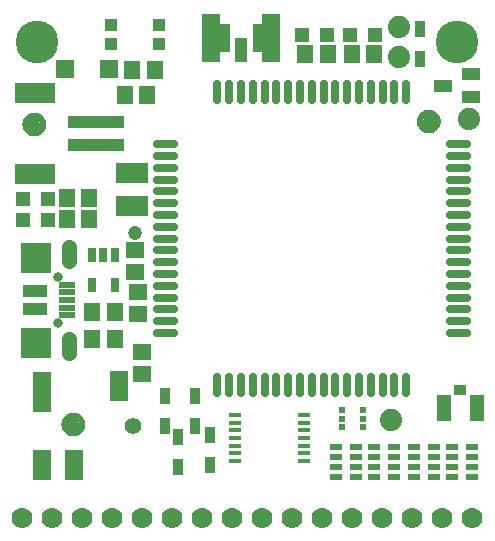
<source format=gbr>
G04 EAGLE Gerber RS-274X export*
G75*
%MOMM*%
%FSLAX34Y34*%
%LPD*%
%INSoldermask Top*%
%IPPOS*%
%AMOC8*
5,1,8,0,0,1.08239X$1,22.5*%
G01*
%ADD10R,0.651600X1.301600*%
%ADD11R,1.301600X1.301600*%
%ADD12R,1.401600X1.601600*%
%ADD13R,4.701600X1.101600*%
%ADD14R,3.501600X1.701600*%
%ADD15R,1.601600X1.401600*%
%ADD16C,0.801600*%
%ADD17R,2.601600X2.601600*%
%ADD18C,1.309600*%
%ADD19R,2.101600X1.101600*%
%ADD20R,1.450000X0.500000*%
%ADD21R,1.001600X1.101600*%
%ADD22R,1.501600X1.501600*%
%ADD23R,2.801600X1.701600*%
%ADD24R,0.601600X0.601600*%
%ADD25R,0.601600X0.501600*%
%ADD26C,3.617600*%
%ADD27C,1.879600*%
%ADD28C,1.101600*%
%ADD29C,0.500000*%
%ADD30R,0.901600X1.451600*%
%ADD31R,1.501600X1.101600*%
%ADD32C,1.201600*%
%ADD33R,1.000000X0.450000*%
%ADD34R,1.601600X2.601600*%
%ADD35R,1.601600X3.501600*%
%ADD36C,1.401600*%
%ADD37R,1.625600X4.165600*%
%ADD38R,1.117600X2.133600*%
%ADD39R,0.914400X2.336800*%
%ADD40C,0.701600*%
%ADD41R,1.151600X2.301600*%
%ADD42R,1.101600X0.901600*%
%ADD43C,1.778000*%
%ADD44R,1.001600X0.551600*%


D10*
X90780Y239061D03*
X81280Y239061D03*
X71780Y239061D03*
X71780Y213059D03*
X90780Y213059D03*
D11*
X34640Y268080D03*
X13640Y268080D03*
X13690Y286560D03*
X34690Y286560D03*
D12*
X50190Y269240D03*
X69190Y269240D03*
X50350Y287020D03*
X69350Y287020D03*
D13*
X75100Y331630D03*
X75100Y351630D03*
D14*
X23100Y307630D03*
X23100Y375630D03*
D12*
X71780Y190500D03*
X90780Y190500D03*
D15*
X110490Y207620D03*
X110490Y188620D03*
D16*
X43180Y220160D03*
X43180Y181160D03*
D17*
X24180Y164660D03*
X24180Y236660D03*
D18*
X52180Y233660D02*
X52180Y245740D01*
X52180Y167660D02*
X52180Y155580D01*
D19*
X23180Y208160D03*
X23180Y193160D03*
D20*
X50930Y213660D03*
X50930Y207160D03*
X50930Y200660D03*
X50930Y194160D03*
X50930Y187660D03*
D21*
X128450Y433450D03*
X128450Y417450D03*
X87450Y417450D03*
X87450Y433450D03*
D22*
X85810Y396240D03*
X48810Y396240D03*
D12*
X105910Y395120D03*
X124910Y395120D03*
X99250Y374170D03*
X118250Y374170D03*
D23*
X105410Y308640D03*
X105410Y280640D03*
D24*
X283100Y107830D03*
D25*
X283100Y100330D03*
D24*
X283100Y92830D03*
X301100Y92830D03*
D25*
X301100Y100330D03*
D24*
X301100Y107830D03*
D12*
X90780Y167640D03*
X71780Y167640D03*
D11*
X311490Y425450D03*
X290490Y425450D03*
X270850Y425450D03*
X249850Y425450D03*
D12*
X291490Y408940D03*
X310490Y408940D03*
X252120Y408940D03*
X271120Y408940D03*
D26*
X381000Y419100D03*
X25400Y419100D03*
D27*
X391160Y354330D03*
D28*
X356870Y351790D03*
D29*
X356870Y359290D02*
X356689Y359288D01*
X356508Y359281D01*
X356327Y359270D01*
X356146Y359255D01*
X355966Y359235D01*
X355786Y359211D01*
X355607Y359183D01*
X355429Y359150D01*
X355252Y359113D01*
X355075Y359072D01*
X354900Y359027D01*
X354725Y358977D01*
X354552Y358923D01*
X354381Y358865D01*
X354210Y358803D01*
X354042Y358736D01*
X353875Y358666D01*
X353709Y358592D01*
X353546Y358513D01*
X353385Y358431D01*
X353225Y358345D01*
X353068Y358255D01*
X352913Y358161D01*
X352760Y358064D01*
X352610Y357962D01*
X352462Y357858D01*
X352316Y357749D01*
X352174Y357638D01*
X352034Y357522D01*
X351897Y357404D01*
X351762Y357282D01*
X351631Y357157D01*
X351503Y357029D01*
X351378Y356898D01*
X351256Y356763D01*
X351138Y356626D01*
X351022Y356486D01*
X350911Y356344D01*
X350802Y356198D01*
X350698Y356050D01*
X350596Y355900D01*
X350499Y355747D01*
X350405Y355592D01*
X350315Y355435D01*
X350229Y355275D01*
X350147Y355114D01*
X350068Y354951D01*
X349994Y354785D01*
X349924Y354618D01*
X349857Y354450D01*
X349795Y354279D01*
X349737Y354108D01*
X349683Y353935D01*
X349633Y353760D01*
X349588Y353585D01*
X349547Y353408D01*
X349510Y353231D01*
X349477Y353053D01*
X349449Y352874D01*
X349425Y352694D01*
X349405Y352514D01*
X349390Y352333D01*
X349379Y352152D01*
X349372Y351971D01*
X349370Y351790D01*
X356870Y359290D02*
X357051Y359288D01*
X357232Y359281D01*
X357413Y359270D01*
X357594Y359255D01*
X357774Y359235D01*
X357954Y359211D01*
X358133Y359183D01*
X358311Y359150D01*
X358488Y359113D01*
X358665Y359072D01*
X358840Y359027D01*
X359015Y358977D01*
X359188Y358923D01*
X359359Y358865D01*
X359530Y358803D01*
X359698Y358736D01*
X359865Y358666D01*
X360031Y358592D01*
X360194Y358513D01*
X360355Y358431D01*
X360515Y358345D01*
X360672Y358255D01*
X360827Y358161D01*
X360980Y358064D01*
X361130Y357962D01*
X361278Y357858D01*
X361424Y357749D01*
X361566Y357638D01*
X361706Y357522D01*
X361843Y357404D01*
X361978Y357282D01*
X362109Y357157D01*
X362237Y357029D01*
X362362Y356898D01*
X362484Y356763D01*
X362602Y356626D01*
X362718Y356486D01*
X362829Y356344D01*
X362938Y356198D01*
X363042Y356050D01*
X363144Y355900D01*
X363241Y355747D01*
X363335Y355592D01*
X363425Y355435D01*
X363511Y355275D01*
X363593Y355114D01*
X363672Y354951D01*
X363746Y354785D01*
X363816Y354618D01*
X363883Y354450D01*
X363945Y354279D01*
X364003Y354108D01*
X364057Y353935D01*
X364107Y353760D01*
X364152Y353585D01*
X364193Y353408D01*
X364230Y353231D01*
X364263Y353053D01*
X364291Y352874D01*
X364315Y352694D01*
X364335Y352514D01*
X364350Y352333D01*
X364361Y352152D01*
X364368Y351971D01*
X364370Y351790D01*
X364368Y351609D01*
X364361Y351428D01*
X364350Y351247D01*
X364335Y351066D01*
X364315Y350886D01*
X364291Y350706D01*
X364263Y350527D01*
X364230Y350349D01*
X364193Y350172D01*
X364152Y349995D01*
X364107Y349820D01*
X364057Y349645D01*
X364003Y349472D01*
X363945Y349301D01*
X363883Y349130D01*
X363816Y348962D01*
X363746Y348795D01*
X363672Y348629D01*
X363593Y348466D01*
X363511Y348305D01*
X363425Y348145D01*
X363335Y347988D01*
X363241Y347833D01*
X363144Y347680D01*
X363042Y347530D01*
X362938Y347382D01*
X362829Y347236D01*
X362718Y347094D01*
X362602Y346954D01*
X362484Y346817D01*
X362362Y346682D01*
X362237Y346551D01*
X362109Y346423D01*
X361978Y346298D01*
X361843Y346176D01*
X361706Y346058D01*
X361566Y345942D01*
X361424Y345831D01*
X361278Y345722D01*
X361130Y345618D01*
X360980Y345516D01*
X360827Y345419D01*
X360672Y345325D01*
X360515Y345235D01*
X360355Y345149D01*
X360194Y345067D01*
X360031Y344988D01*
X359865Y344914D01*
X359698Y344844D01*
X359530Y344777D01*
X359359Y344715D01*
X359188Y344657D01*
X359015Y344603D01*
X358840Y344553D01*
X358665Y344508D01*
X358488Y344467D01*
X358311Y344430D01*
X358133Y344397D01*
X357954Y344369D01*
X357774Y344345D01*
X357594Y344325D01*
X357413Y344310D01*
X357232Y344299D01*
X357051Y344292D01*
X356870Y344290D01*
X356689Y344292D01*
X356508Y344299D01*
X356327Y344310D01*
X356146Y344325D01*
X355966Y344345D01*
X355786Y344369D01*
X355607Y344397D01*
X355429Y344430D01*
X355252Y344467D01*
X355075Y344508D01*
X354900Y344553D01*
X354725Y344603D01*
X354552Y344657D01*
X354381Y344715D01*
X354210Y344777D01*
X354042Y344844D01*
X353875Y344914D01*
X353709Y344988D01*
X353546Y345067D01*
X353385Y345149D01*
X353225Y345235D01*
X353068Y345325D01*
X352913Y345419D01*
X352760Y345516D01*
X352610Y345618D01*
X352462Y345722D01*
X352316Y345831D01*
X352174Y345942D01*
X352034Y346058D01*
X351897Y346176D01*
X351762Y346298D01*
X351631Y346423D01*
X351503Y346551D01*
X351378Y346682D01*
X351256Y346817D01*
X351138Y346954D01*
X351022Y347094D01*
X350911Y347236D01*
X350802Y347382D01*
X350698Y347530D01*
X350596Y347680D01*
X350499Y347833D01*
X350405Y347988D01*
X350315Y348145D01*
X350229Y348305D01*
X350147Y348466D01*
X350068Y348629D01*
X349994Y348795D01*
X349924Y348962D01*
X349857Y349130D01*
X349795Y349301D01*
X349737Y349472D01*
X349683Y349645D01*
X349633Y349820D01*
X349588Y349995D01*
X349547Y350172D01*
X349510Y350349D01*
X349477Y350527D01*
X349449Y350706D01*
X349425Y350886D01*
X349405Y351066D01*
X349390Y351247D01*
X349379Y351428D01*
X349372Y351609D01*
X349370Y351790D01*
D28*
X22860Y349250D03*
D29*
X22860Y356750D02*
X22679Y356748D01*
X22498Y356741D01*
X22317Y356730D01*
X22136Y356715D01*
X21956Y356695D01*
X21776Y356671D01*
X21597Y356643D01*
X21419Y356610D01*
X21242Y356573D01*
X21065Y356532D01*
X20890Y356487D01*
X20715Y356437D01*
X20542Y356383D01*
X20371Y356325D01*
X20200Y356263D01*
X20032Y356196D01*
X19865Y356126D01*
X19699Y356052D01*
X19536Y355973D01*
X19375Y355891D01*
X19215Y355805D01*
X19058Y355715D01*
X18903Y355621D01*
X18750Y355524D01*
X18600Y355422D01*
X18452Y355318D01*
X18306Y355209D01*
X18164Y355098D01*
X18024Y354982D01*
X17887Y354864D01*
X17752Y354742D01*
X17621Y354617D01*
X17493Y354489D01*
X17368Y354358D01*
X17246Y354223D01*
X17128Y354086D01*
X17012Y353946D01*
X16901Y353804D01*
X16792Y353658D01*
X16688Y353510D01*
X16586Y353360D01*
X16489Y353207D01*
X16395Y353052D01*
X16305Y352895D01*
X16219Y352735D01*
X16137Y352574D01*
X16058Y352411D01*
X15984Y352245D01*
X15914Y352078D01*
X15847Y351910D01*
X15785Y351739D01*
X15727Y351568D01*
X15673Y351395D01*
X15623Y351220D01*
X15578Y351045D01*
X15537Y350868D01*
X15500Y350691D01*
X15467Y350513D01*
X15439Y350334D01*
X15415Y350154D01*
X15395Y349974D01*
X15380Y349793D01*
X15369Y349612D01*
X15362Y349431D01*
X15360Y349250D01*
X22860Y356750D02*
X23041Y356748D01*
X23222Y356741D01*
X23403Y356730D01*
X23584Y356715D01*
X23764Y356695D01*
X23944Y356671D01*
X24123Y356643D01*
X24301Y356610D01*
X24478Y356573D01*
X24655Y356532D01*
X24830Y356487D01*
X25005Y356437D01*
X25178Y356383D01*
X25349Y356325D01*
X25520Y356263D01*
X25688Y356196D01*
X25855Y356126D01*
X26021Y356052D01*
X26184Y355973D01*
X26345Y355891D01*
X26505Y355805D01*
X26662Y355715D01*
X26817Y355621D01*
X26970Y355524D01*
X27120Y355422D01*
X27268Y355318D01*
X27414Y355209D01*
X27556Y355098D01*
X27696Y354982D01*
X27833Y354864D01*
X27968Y354742D01*
X28099Y354617D01*
X28227Y354489D01*
X28352Y354358D01*
X28474Y354223D01*
X28592Y354086D01*
X28708Y353946D01*
X28819Y353804D01*
X28928Y353658D01*
X29032Y353510D01*
X29134Y353360D01*
X29231Y353207D01*
X29325Y353052D01*
X29415Y352895D01*
X29501Y352735D01*
X29583Y352574D01*
X29662Y352411D01*
X29736Y352245D01*
X29806Y352078D01*
X29873Y351910D01*
X29935Y351739D01*
X29993Y351568D01*
X30047Y351395D01*
X30097Y351220D01*
X30142Y351045D01*
X30183Y350868D01*
X30220Y350691D01*
X30253Y350513D01*
X30281Y350334D01*
X30305Y350154D01*
X30325Y349974D01*
X30340Y349793D01*
X30351Y349612D01*
X30358Y349431D01*
X30360Y349250D01*
X30358Y349069D01*
X30351Y348888D01*
X30340Y348707D01*
X30325Y348526D01*
X30305Y348346D01*
X30281Y348166D01*
X30253Y347987D01*
X30220Y347809D01*
X30183Y347632D01*
X30142Y347455D01*
X30097Y347280D01*
X30047Y347105D01*
X29993Y346932D01*
X29935Y346761D01*
X29873Y346590D01*
X29806Y346422D01*
X29736Y346255D01*
X29662Y346089D01*
X29583Y345926D01*
X29501Y345765D01*
X29415Y345605D01*
X29325Y345448D01*
X29231Y345293D01*
X29134Y345140D01*
X29032Y344990D01*
X28928Y344842D01*
X28819Y344696D01*
X28708Y344554D01*
X28592Y344414D01*
X28474Y344277D01*
X28352Y344142D01*
X28227Y344011D01*
X28099Y343883D01*
X27968Y343758D01*
X27833Y343636D01*
X27696Y343518D01*
X27556Y343402D01*
X27414Y343291D01*
X27268Y343182D01*
X27120Y343078D01*
X26970Y342976D01*
X26817Y342879D01*
X26662Y342785D01*
X26505Y342695D01*
X26345Y342609D01*
X26184Y342527D01*
X26021Y342448D01*
X25855Y342374D01*
X25688Y342304D01*
X25520Y342237D01*
X25349Y342175D01*
X25178Y342117D01*
X25005Y342063D01*
X24830Y342013D01*
X24655Y341968D01*
X24478Y341927D01*
X24301Y341890D01*
X24123Y341857D01*
X23944Y341829D01*
X23764Y341805D01*
X23584Y341785D01*
X23403Y341770D01*
X23222Y341759D01*
X23041Y341752D01*
X22860Y341750D01*
X22679Y341752D01*
X22498Y341759D01*
X22317Y341770D01*
X22136Y341785D01*
X21956Y341805D01*
X21776Y341829D01*
X21597Y341857D01*
X21419Y341890D01*
X21242Y341927D01*
X21065Y341968D01*
X20890Y342013D01*
X20715Y342063D01*
X20542Y342117D01*
X20371Y342175D01*
X20200Y342237D01*
X20032Y342304D01*
X19865Y342374D01*
X19699Y342448D01*
X19536Y342527D01*
X19375Y342609D01*
X19215Y342695D01*
X19058Y342785D01*
X18903Y342879D01*
X18750Y342976D01*
X18600Y343078D01*
X18452Y343182D01*
X18306Y343291D01*
X18164Y343402D01*
X18024Y343518D01*
X17887Y343636D01*
X17752Y343758D01*
X17621Y343883D01*
X17493Y344011D01*
X17368Y344142D01*
X17246Y344277D01*
X17128Y344414D01*
X17012Y344554D01*
X16901Y344696D01*
X16792Y344842D01*
X16688Y344990D01*
X16586Y345140D01*
X16489Y345293D01*
X16395Y345448D01*
X16305Y345605D01*
X16219Y345765D01*
X16137Y345926D01*
X16058Y346089D01*
X15984Y346255D01*
X15914Y346422D01*
X15847Y346590D01*
X15785Y346761D01*
X15727Y346932D01*
X15673Y347105D01*
X15623Y347280D01*
X15578Y347455D01*
X15537Y347632D01*
X15500Y347809D01*
X15467Y347987D01*
X15439Y348166D01*
X15415Y348346D01*
X15395Y348526D01*
X15380Y348707D01*
X15369Y348888D01*
X15362Y349069D01*
X15360Y349250D01*
D28*
X55880Y95250D03*
D29*
X55880Y102750D02*
X55699Y102748D01*
X55518Y102741D01*
X55337Y102730D01*
X55156Y102715D01*
X54976Y102695D01*
X54796Y102671D01*
X54617Y102643D01*
X54439Y102610D01*
X54262Y102573D01*
X54085Y102532D01*
X53910Y102487D01*
X53735Y102437D01*
X53562Y102383D01*
X53391Y102325D01*
X53220Y102263D01*
X53052Y102196D01*
X52885Y102126D01*
X52719Y102052D01*
X52556Y101973D01*
X52395Y101891D01*
X52235Y101805D01*
X52078Y101715D01*
X51923Y101621D01*
X51770Y101524D01*
X51620Y101422D01*
X51472Y101318D01*
X51326Y101209D01*
X51184Y101098D01*
X51044Y100982D01*
X50907Y100864D01*
X50772Y100742D01*
X50641Y100617D01*
X50513Y100489D01*
X50388Y100358D01*
X50266Y100223D01*
X50148Y100086D01*
X50032Y99946D01*
X49921Y99804D01*
X49812Y99658D01*
X49708Y99510D01*
X49606Y99360D01*
X49509Y99207D01*
X49415Y99052D01*
X49325Y98895D01*
X49239Y98735D01*
X49157Y98574D01*
X49078Y98411D01*
X49004Y98245D01*
X48934Y98078D01*
X48867Y97910D01*
X48805Y97739D01*
X48747Y97568D01*
X48693Y97395D01*
X48643Y97220D01*
X48598Y97045D01*
X48557Y96868D01*
X48520Y96691D01*
X48487Y96513D01*
X48459Y96334D01*
X48435Y96154D01*
X48415Y95974D01*
X48400Y95793D01*
X48389Y95612D01*
X48382Y95431D01*
X48380Y95250D01*
X55880Y102750D02*
X56061Y102748D01*
X56242Y102741D01*
X56423Y102730D01*
X56604Y102715D01*
X56784Y102695D01*
X56964Y102671D01*
X57143Y102643D01*
X57321Y102610D01*
X57498Y102573D01*
X57675Y102532D01*
X57850Y102487D01*
X58025Y102437D01*
X58198Y102383D01*
X58369Y102325D01*
X58540Y102263D01*
X58708Y102196D01*
X58875Y102126D01*
X59041Y102052D01*
X59204Y101973D01*
X59365Y101891D01*
X59525Y101805D01*
X59682Y101715D01*
X59837Y101621D01*
X59990Y101524D01*
X60140Y101422D01*
X60288Y101318D01*
X60434Y101209D01*
X60576Y101098D01*
X60716Y100982D01*
X60853Y100864D01*
X60988Y100742D01*
X61119Y100617D01*
X61247Y100489D01*
X61372Y100358D01*
X61494Y100223D01*
X61612Y100086D01*
X61728Y99946D01*
X61839Y99804D01*
X61948Y99658D01*
X62052Y99510D01*
X62154Y99360D01*
X62251Y99207D01*
X62345Y99052D01*
X62435Y98895D01*
X62521Y98735D01*
X62603Y98574D01*
X62682Y98411D01*
X62756Y98245D01*
X62826Y98078D01*
X62893Y97910D01*
X62955Y97739D01*
X63013Y97568D01*
X63067Y97395D01*
X63117Y97220D01*
X63162Y97045D01*
X63203Y96868D01*
X63240Y96691D01*
X63273Y96513D01*
X63301Y96334D01*
X63325Y96154D01*
X63345Y95974D01*
X63360Y95793D01*
X63371Y95612D01*
X63378Y95431D01*
X63380Y95250D01*
X63378Y95069D01*
X63371Y94888D01*
X63360Y94707D01*
X63345Y94526D01*
X63325Y94346D01*
X63301Y94166D01*
X63273Y93987D01*
X63240Y93809D01*
X63203Y93632D01*
X63162Y93455D01*
X63117Y93280D01*
X63067Y93105D01*
X63013Y92932D01*
X62955Y92761D01*
X62893Y92590D01*
X62826Y92422D01*
X62756Y92255D01*
X62682Y92089D01*
X62603Y91926D01*
X62521Y91765D01*
X62435Y91605D01*
X62345Y91448D01*
X62251Y91293D01*
X62154Y91140D01*
X62052Y90990D01*
X61948Y90842D01*
X61839Y90696D01*
X61728Y90554D01*
X61612Y90414D01*
X61494Y90277D01*
X61372Y90142D01*
X61247Y90011D01*
X61119Y89883D01*
X60988Y89758D01*
X60853Y89636D01*
X60716Y89518D01*
X60576Y89402D01*
X60434Y89291D01*
X60288Y89182D01*
X60140Y89078D01*
X59990Y88976D01*
X59837Y88879D01*
X59682Y88785D01*
X59525Y88695D01*
X59365Y88609D01*
X59204Y88527D01*
X59041Y88448D01*
X58875Y88374D01*
X58708Y88304D01*
X58540Y88237D01*
X58369Y88175D01*
X58198Y88117D01*
X58025Y88063D01*
X57850Y88013D01*
X57675Y87968D01*
X57498Y87927D01*
X57321Y87890D01*
X57143Y87857D01*
X56964Y87829D01*
X56784Y87805D01*
X56604Y87785D01*
X56423Y87770D01*
X56242Y87759D01*
X56061Y87752D01*
X55880Y87750D01*
X55699Y87752D01*
X55518Y87759D01*
X55337Y87770D01*
X55156Y87785D01*
X54976Y87805D01*
X54796Y87829D01*
X54617Y87857D01*
X54439Y87890D01*
X54262Y87927D01*
X54085Y87968D01*
X53910Y88013D01*
X53735Y88063D01*
X53562Y88117D01*
X53391Y88175D01*
X53220Y88237D01*
X53052Y88304D01*
X52885Y88374D01*
X52719Y88448D01*
X52556Y88527D01*
X52395Y88609D01*
X52235Y88695D01*
X52078Y88785D01*
X51923Y88879D01*
X51770Y88976D01*
X51620Y89078D01*
X51472Y89182D01*
X51326Y89291D01*
X51184Y89402D01*
X51044Y89518D01*
X50907Y89636D01*
X50772Y89758D01*
X50641Y89883D01*
X50513Y90011D01*
X50388Y90142D01*
X50266Y90277D01*
X50148Y90414D01*
X50032Y90554D01*
X49921Y90696D01*
X49812Y90842D01*
X49708Y90990D01*
X49606Y91140D01*
X49509Y91293D01*
X49415Y91448D01*
X49325Y91605D01*
X49239Y91765D01*
X49157Y91926D01*
X49078Y92089D01*
X49004Y92255D01*
X48934Y92422D01*
X48867Y92590D01*
X48805Y92761D01*
X48747Y92932D01*
X48693Y93105D01*
X48643Y93280D01*
X48598Y93455D01*
X48557Y93632D01*
X48520Y93809D01*
X48487Y93987D01*
X48459Y94166D01*
X48435Y94346D01*
X48415Y94526D01*
X48400Y94707D01*
X48389Y94888D01*
X48382Y95069D01*
X48380Y95250D01*
D30*
X349250Y430530D03*
X349250Y405130D03*
D27*
X331470Y406400D03*
X331470Y431800D03*
D31*
X369000Y382270D03*
X393000Y391770D03*
X393000Y372770D03*
D30*
X144780Y59690D03*
X144780Y85090D03*
X171450Y60960D03*
X171450Y86360D03*
X133350Y93980D03*
X133350Y119380D03*
D32*
X107950Y257810D03*
D33*
X251500Y64320D03*
X251500Y70820D03*
X251500Y77320D03*
X251500Y83820D03*
X251500Y90320D03*
X251500Y96820D03*
X251500Y103320D03*
X193000Y103320D03*
X193000Y96820D03*
X193000Y90320D03*
X193000Y83820D03*
X193000Y77320D03*
X193000Y70820D03*
X193000Y64320D03*
D34*
X29270Y60980D03*
X94270Y127980D03*
X56270Y60980D03*
D35*
X29270Y122980D03*
D36*
X106270Y93980D03*
D15*
X114300Y137820D03*
X114300Y156820D03*
D37*
X223520Y422910D03*
X172720Y422910D03*
D38*
X198120Y412750D03*
D39*
X212074Y422656D03*
X184166Y422656D03*
D40*
X140810Y332730D02*
X126810Y332730D01*
X126810Y322730D02*
X140810Y322730D01*
X140810Y312730D02*
X126810Y312730D01*
X126810Y302730D02*
X140810Y302730D01*
X140810Y292730D02*
X126810Y292730D01*
X126810Y282730D02*
X140810Y282730D01*
X140810Y272730D02*
X126810Y272730D01*
X126810Y262730D02*
X140810Y262730D01*
X140810Y252730D02*
X126810Y252730D01*
X126810Y242730D02*
X140810Y242730D01*
X140810Y232730D02*
X126810Y232730D01*
X126810Y222730D02*
X140810Y222730D01*
X140810Y212730D02*
X126810Y212730D01*
X126810Y202730D02*
X140810Y202730D01*
X140810Y192730D02*
X126810Y192730D01*
X126810Y182730D02*
X140810Y182730D01*
X140810Y172730D02*
X126810Y172730D01*
X177810Y135730D02*
X177810Y121730D01*
X187810Y121730D02*
X187810Y135730D01*
X197810Y135730D02*
X197810Y121730D01*
X207810Y121730D02*
X207810Y135730D01*
X217810Y135730D02*
X217810Y121730D01*
X227810Y121730D02*
X227810Y135730D01*
X237810Y135730D02*
X237810Y121730D01*
X247810Y121730D02*
X247810Y135730D01*
X257810Y135730D02*
X257810Y121730D01*
X267810Y121730D02*
X267810Y135730D01*
X277810Y135730D02*
X277810Y121730D01*
X287810Y121730D02*
X287810Y135730D01*
X297810Y135730D02*
X297810Y121730D01*
X307810Y121730D02*
X307810Y135730D01*
X317810Y135730D02*
X317810Y121730D01*
X327810Y121730D02*
X327810Y135730D01*
X337810Y135730D02*
X337810Y121730D01*
X374810Y172730D02*
X388810Y172730D01*
X388810Y182730D02*
X374810Y182730D01*
X374810Y192730D02*
X388810Y192730D01*
X388810Y202730D02*
X374810Y202730D01*
X374810Y212730D02*
X388810Y212730D01*
X388810Y222730D02*
X374810Y222730D01*
X374810Y232730D02*
X388810Y232730D01*
X388810Y242730D02*
X374810Y242730D01*
X374810Y252730D02*
X388810Y252730D01*
X388810Y262730D02*
X374810Y262730D01*
X374810Y272730D02*
X388810Y272730D01*
X388810Y282730D02*
X374810Y282730D01*
X374810Y292730D02*
X388810Y292730D01*
X388810Y302730D02*
X374810Y302730D01*
X374810Y312730D02*
X388810Y312730D01*
X388810Y322730D02*
X374810Y322730D01*
X374810Y332730D02*
X388810Y332730D01*
X337810Y369730D02*
X337810Y383730D01*
X327810Y383730D02*
X327810Y369730D01*
X317810Y369730D02*
X317810Y383730D01*
X307810Y383730D02*
X307810Y369730D01*
X297810Y369730D02*
X297810Y383730D01*
X287810Y383730D02*
X287810Y369730D01*
X277810Y369730D02*
X277810Y383730D01*
X267810Y383730D02*
X267810Y369730D01*
X257810Y369730D02*
X257810Y383730D01*
X247810Y383730D02*
X247810Y369730D01*
X237810Y369730D02*
X237810Y383730D01*
X227810Y383730D02*
X227810Y369730D01*
X217810Y369730D02*
X217810Y383730D01*
X207810Y383730D02*
X207810Y369730D01*
X197810Y369730D02*
X197810Y383730D01*
X187810Y383730D02*
X187810Y369730D01*
X177810Y369730D02*
X177810Y383730D01*
D41*
X369790Y109220D03*
X397290Y109220D03*
D42*
X383540Y124470D03*
D30*
X158750Y93980D03*
X158750Y119380D03*
D43*
X12700Y16510D03*
X38100Y16510D03*
X63500Y16510D03*
X88900Y16510D03*
X114300Y16510D03*
X139700Y16510D03*
X165100Y16510D03*
X190500Y16510D03*
X215900Y16510D03*
X241300Y16510D03*
X266700Y16510D03*
X292100Y16510D03*
X317500Y16510D03*
X342900Y16510D03*
X368300Y16510D03*
X393700Y16510D03*
D44*
X327270Y76500D03*
X310270Y76500D03*
X327270Y67500D03*
X327270Y59500D03*
X327270Y50500D03*
X310270Y50500D03*
X310270Y67500D03*
X310270Y59500D03*
X295520Y76500D03*
X278520Y76500D03*
X295520Y67500D03*
X295520Y59500D03*
X295520Y50500D03*
X278520Y50500D03*
X278520Y67500D03*
X278520Y59500D03*
X344560Y50500D03*
X361560Y50500D03*
X344560Y59500D03*
X344560Y67500D03*
X344560Y76500D03*
X361560Y76500D03*
X361560Y59500D03*
X361560Y67500D03*
X376310Y50500D03*
X393310Y50500D03*
X376310Y59500D03*
X376310Y67500D03*
X376310Y76500D03*
X393310Y76500D03*
X393310Y59500D03*
X393310Y67500D03*
D15*
X107950Y224180D03*
X107950Y243180D03*
D27*
X325120Y99060D03*
M02*

</source>
